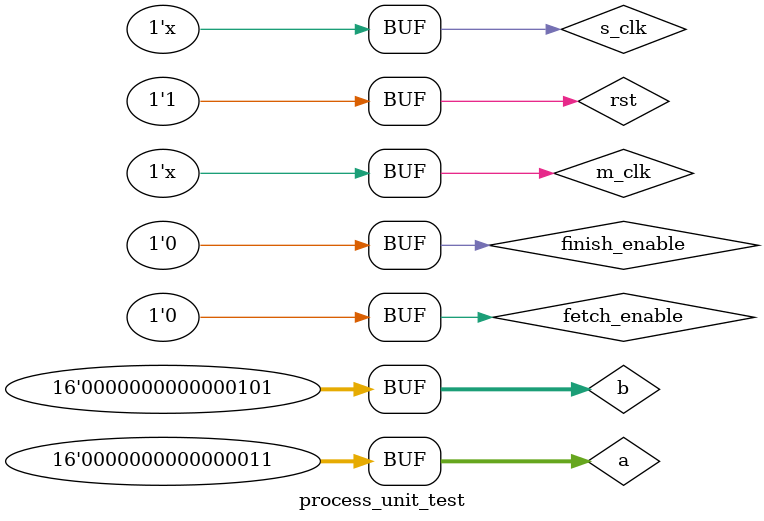
<source format=v>
`timescale 1ps/1ps
module process_unit_test;
  reg s_clk;
  reg m_clk;
  reg rst;
  reg fetch_enable;
  reg[15:0] a;
  reg[15:0] b;
  reg finish_enable;
  wire[15:0] sum;
  
  process_unit PU1 (.s_clk(s_clk),.m_clk(m_clk),.rst(rst),.fetch_enable(fetch_enable),.a(a),.b(b),.finish_enable(finish_enable), .sum(sum));
  
  always #1 s_clk = ~s_clk;
  always #5 m_clk = ~m_clk;
  initial
  begin
    s_clk = 1'b0;
    m_clk = 1'b0;
    rst = 1'b0;
    fetch_enable = 1'b0;
    finish_enable = 1'b0;
    #10 rst = 1'b1;
    #5 a = 16'h0002; b = 16'h0003;
    #5 fetch_enable = 1'b1;
    #10 fetch_enable = 1'b0;
    #60 a = 16'h0003; b = 16'h0005;
    #5 fetch_enable = 1'b1;
    #10 fetch_enable = 1'b0;
    #40 finish_enable = 1'b1;
    #10 finish_enable = 1'b0;
  end
  
  
  
endmodule

</source>
